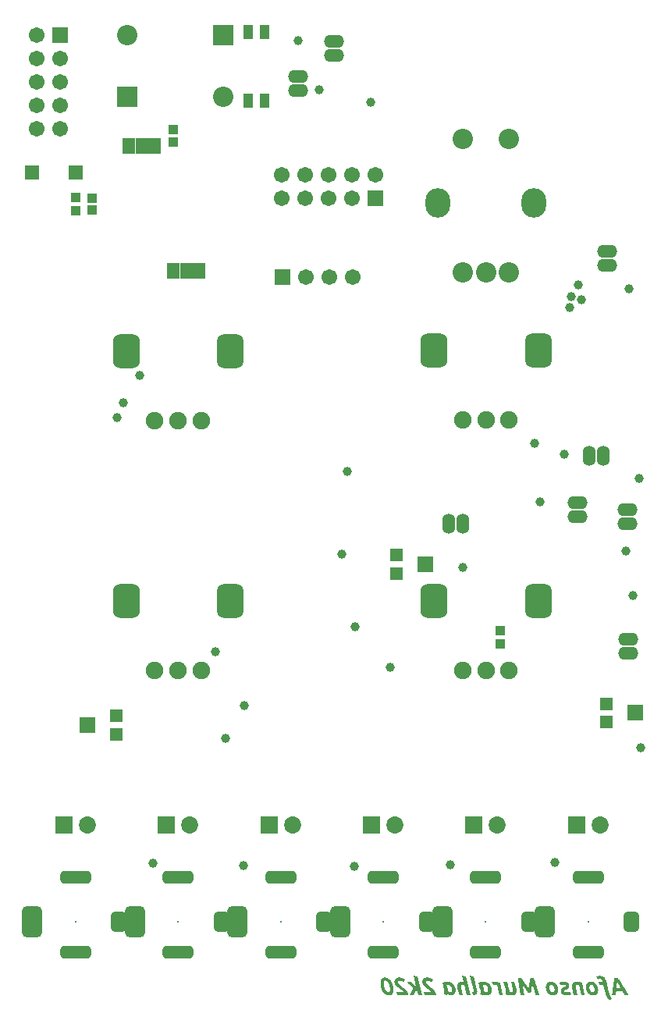
<source format=gbs>
G04*
G04 #@! TF.GenerationSoftware,Altium Limited,Altium Designer,19.0.10 (269)*
G04*
G04 Layer_Color=16711935*
%FSLAX44Y44*%
%MOMM*%
G71*
G01*
G75*
%ADD37R,1.1032X1.0032*%
%ADD39R,1.1032X1.0032*%
%ADD48O,2.2032X1.4032*%
G04:AMPARAMS|DCode=49|XSize=2.8532mm|YSize=3.7032mm|CornerRadius=0.7641mm|HoleSize=0mm|Usage=FLASHONLY|Rotation=180.000|XOffset=0mm|YOffset=0mm|HoleType=Round|Shape=RoundedRectangle|*
%AMROUNDEDRECTD49*
21,1,2.8532,2.1750,0,0,180.0*
21,1,1.3250,3.7032,0,0,180.0*
1,1,1.5282,-0.6625,1.0875*
1,1,1.5282,0.6625,1.0875*
1,1,1.5282,0.6625,-1.0875*
1,1,1.5282,-0.6625,-1.0875*
%
%ADD49ROUNDEDRECTD49*%
G04:AMPARAMS|DCode=50|XSize=2.9032mm|YSize=3.7032mm|CornerRadius=0.7766mm|HoleSize=0mm|Usage=FLASHONLY|Rotation=0.000|XOffset=0mm|YOffset=0mm|HoleType=Round|Shape=RoundedRectangle|*
%AMROUNDEDRECTD50*
21,1,2.9032,2.1500,0,0,0.0*
21,1,1.3500,3.7032,0,0,0.0*
1,1,1.5532,0.6750,-1.0750*
1,1,1.5532,-0.6750,-1.0750*
1,1,1.5532,-0.6750,1.0750*
1,1,1.5532,0.6750,1.0750*
%
%ADD50ROUNDEDRECTD50*%
%ADD51C,1.9032*%
%ADD52C,0.2032*%
G04:AMPARAMS|DCode=53|XSize=2.2032mm|YSize=3.4532mm|CornerRadius=0.6016mm|HoleSize=0mm|Usage=FLASHONLY|Rotation=0.000|XOffset=0mm|YOffset=0mm|HoleType=Round|Shape=RoundedRectangle|*
%AMROUNDEDRECTD53*
21,1,2.2032,2.2500,0,0,0.0*
21,1,1.0000,3.4532,0,0,0.0*
1,1,1.2032,0.5000,-1.1250*
1,1,1.2032,-0.5000,-1.1250*
1,1,1.2032,-0.5000,1.1250*
1,1,1.2032,0.5000,1.1250*
%
%ADD53ROUNDEDRECTD53*%
G04:AMPARAMS|DCode=54|XSize=1.7032mm|YSize=2.2032mm|CornerRadius=0.4766mm|HoleSize=0mm|Usage=FLASHONLY|Rotation=180.000|XOffset=0mm|YOffset=0mm|HoleType=Round|Shape=RoundedRectangle|*
%AMROUNDEDRECTD54*
21,1,1.7032,1.2500,0,0,180.0*
21,1,0.7500,2.2032,0,0,180.0*
1,1,0.9532,-0.3750,0.6250*
1,1,0.9532,0.3750,0.6250*
1,1,0.9532,0.3750,-0.6250*
1,1,0.9532,-0.3750,-0.6250*
%
%ADD54ROUNDEDRECTD54*%
G04:AMPARAMS|DCode=55|XSize=3.3032mm|YSize=1.4032mm|CornerRadius=0.4016mm|HoleSize=0mm|Usage=FLASHONLY|Rotation=0.000|XOffset=0mm|YOffset=0mm|HoleType=Round|Shape=RoundedRectangle|*
%AMROUNDEDRECTD55*
21,1,3.3032,0.6000,0,0,0.0*
21,1,2.5000,1.4032,0,0,0.0*
1,1,0.8032,1.2500,-0.3000*
1,1,0.8032,-1.2500,-0.3000*
1,1,0.8032,-1.2500,0.3000*
1,1,0.8032,1.2500,0.3000*
%
%ADD55ROUNDEDRECTD55*%
%ADD56C,1.0032*%
%ADD57R,1.7032X1.7032*%
%ADD58C,1.7032*%
%ADD59R,1.7032X1.7032*%
%ADD60O,2.7032X3.2032*%
%ADD61C,2.2032*%
%ADD62O,1.4032X2.2032*%
%ADD63R,1.8542X1.8542*%
%ADD64C,1.8542*%
%ADD65R,2.2032X2.2032*%
%ADD92R,1.7032X1.8032*%
%ADD93R,1.4032X1.4032*%
%ADD94R,1.5532X1.5532*%
%ADD95R,1.0532X1.6032*%
%ADD96R,1.3716X1.8034*%
G36*
X840266Y316072D02*
X845069Y296000D01*
X841099D01*
X838517Y306855D01*
X838239Y306910D01*
X837989Y306966D01*
X837795Y306994D01*
X837739D01*
X837434Y307022D01*
X837184Y307049D01*
X836907D01*
X836573Y307022D01*
X836268Y306966D01*
X836046Y306883D01*
X835852Y306800D01*
X835713Y306716D01*
X835630Y306633D01*
X835574Y306577D01*
X835546Y306550D01*
X835407Y306355D01*
X835324Y306161D01*
X835213Y305772D01*
X835185Y305606D01*
X835158Y305467D01*
Y305384D01*
Y305356D01*
X835185Y304995D01*
X835213Y304690D01*
X835241Y304578D01*
Y304468D01*
X835269Y304412D01*
Y304384D01*
X835324Y304023D01*
X835407Y303718D01*
X835435Y303579D01*
Y303496D01*
X835463Y303440D01*
Y303412D01*
X837240Y296000D01*
X833270D01*
X831438Y303579D01*
X831271Y304384D01*
X831215Y304745D01*
X831188Y305106D01*
X831160Y305384D01*
Y305606D01*
Y305744D01*
Y305800D01*
X831215Y306466D01*
X831243Y306772D01*
X831299Y307049D01*
X831354Y307271D01*
X831382Y307438D01*
X831438Y307549D01*
Y307577D01*
X831548Y307882D01*
X831687Y308160D01*
X831826Y308382D01*
X831937Y308604D01*
X832048Y308771D01*
X832159Y308882D01*
X832215Y308965D01*
X832243Y308993D01*
X832465Y309215D01*
X832687Y309409D01*
X832909Y309548D01*
X833131Y309687D01*
X833298Y309798D01*
X833464Y309881D01*
X833575Y309909D01*
X833603Y309937D01*
X833936Y310048D01*
X834269Y310159D01*
X834602Y310214D01*
X834908Y310242D01*
X835158Y310270D01*
X835380Y310298D01*
X835991D01*
X836324Y310270D01*
X836490Y310242D01*
X836601D01*
X836657Y310214D01*
X836684D01*
X837073Y310159D01*
X837406Y310075D01*
X837545Y310048D01*
X837656D01*
X837712Y310020D01*
X837739D01*
X836157Y316738D01*
X840266Y316072D01*
D02*
G37*
G36*
X798761Y314934D02*
X799344Y314878D01*
X799900Y314795D01*
X800399Y314684D01*
X800816Y314573D01*
X801010Y314545D01*
X801149Y314490D01*
X801260Y314462D01*
X801343Y314434D01*
X801399Y314406D01*
X801426D01*
X802037Y314184D01*
X802592Y313907D01*
X803148Y313601D01*
X803620Y313296D01*
X804036Y313018D01*
X804203Y312907D01*
X804342Y312796D01*
X804453Y312685D01*
X804536Y312630D01*
X804591Y312602D01*
X804619Y312574D01*
X803259Y309659D01*
X802815Y309992D01*
X802398Y310270D01*
X802010Y310520D01*
X801676Y310714D01*
X801399Y310881D01*
X801177Y310992D01*
X801066Y311047D01*
X801010Y311075D01*
X800621Y311241D01*
X800233Y311353D01*
X799872Y311436D01*
X799539Y311491D01*
X799261Y311519D01*
X799039Y311547D01*
X798845D01*
X798567Y311519D01*
X798317Y311464D01*
X798095Y311408D01*
X797901Y311325D01*
X797762Y311214D01*
X797651Y311158D01*
X797595Y311103D01*
X797568Y311075D01*
X797401Y310881D01*
X797290Y310686D01*
X797179Y310492D01*
X797123Y310325D01*
X797096Y310159D01*
X797068Y310020D01*
Y309937D01*
Y309909D01*
X797096Y309492D01*
X797179Y309159D01*
X797234Y309021D01*
X797290Y308909D01*
X797318Y308854D01*
Y308826D01*
X797540Y308438D01*
X797790Y308104D01*
X797901Y307966D01*
X798012Y307854D01*
X798067Y307771D01*
X798095Y307743D01*
X798289Y307521D01*
X798512Y307299D01*
X798956Y306883D01*
X799150Y306716D01*
X799317Y306577D01*
X799428Y306494D01*
X799455Y306466D01*
X799789Y306217D01*
X800122Y305939D01*
X800455Y305661D01*
X800788Y305439D01*
X801066Y305217D01*
X801288Y305051D01*
X801426Y304912D01*
X801454Y304884D01*
X801482D01*
X801954Y304523D01*
X802398Y304162D01*
X802815Y303857D01*
X803176Y303579D01*
X803481Y303329D01*
X803703Y303163D01*
X803842Y303024D01*
X803897Y302996D01*
X804286Y302663D01*
X804647Y302330D01*
X804980Y302024D01*
X805285Y301747D01*
X805508Y301497D01*
X805702Y301303D01*
X805813Y301192D01*
X805841Y301136D01*
X806146Y300747D01*
X806424Y300359D01*
X806674Y299998D01*
X806896Y299637D01*
X807062Y299331D01*
X807201Y299109D01*
X807284Y298943D01*
X807312Y298915D01*
Y298887D01*
X807506Y298415D01*
X807673Y297916D01*
X807812Y297444D01*
X807923Y296999D01*
X808006Y296583D01*
X808062Y296278D01*
X808089Y296167D01*
X808117Y296083D01*
Y296028D01*
Y296000D01*
X795791D01*
X794986Y299304D01*
X802981D01*
X802537Y299831D01*
X802343Y300053D01*
X802148Y300248D01*
X801982Y300414D01*
X801843Y300525D01*
X801760Y300609D01*
X801732Y300636D01*
X801232Y301080D01*
X800982Y301275D01*
X800788Y301441D01*
X800594Y301580D01*
X800455Y301691D01*
X800372Y301747D01*
X800344Y301775D01*
X799816Y302163D01*
X799566Y302330D01*
X799344Y302496D01*
X799178Y302607D01*
X799011Y302718D01*
X798928Y302774D01*
X798900Y302802D01*
X798345Y303190D01*
X798095Y303385D01*
X797873Y303551D01*
X797706Y303690D01*
X797540Y303801D01*
X797457Y303857D01*
X797429Y303885D01*
X796985Y304245D01*
X796596Y304578D01*
X796235Y304856D01*
X795930Y305134D01*
X795707Y305328D01*
X795513Y305495D01*
X795402Y305606D01*
X795374Y305634D01*
X795069Y305911D01*
X794791Y306189D01*
X794569Y306466D01*
X794375Y306688D01*
X794208Y306883D01*
X794097Y307022D01*
X794042Y307133D01*
X794014Y307160D01*
X793681Y307716D01*
X793570Y307993D01*
X793459Y308215D01*
X793375Y308410D01*
X793320Y308576D01*
X793292Y308687D01*
Y308715D01*
X793153Y309326D01*
X793126Y309631D01*
X793098Y309909D01*
X793070Y310159D01*
Y310353D01*
Y310464D01*
Y310520D01*
X793098Y310853D01*
X793126Y311186D01*
X793181Y311464D01*
X793264Y311713D01*
X793348Y311936D01*
X793403Y312102D01*
X793431Y312213D01*
X793459Y312241D01*
X793598Y312546D01*
X793764Y312796D01*
X793959Y313046D01*
X794125Y313240D01*
X794264Y313407D01*
X794403Y313518D01*
X794486Y313601D01*
X794514Y313629D01*
X795069Y314045D01*
X795319Y314212D01*
X795569Y314351D01*
X795791Y314462D01*
X795957Y314545D01*
X796096Y314573D01*
X796124Y314601D01*
X796485Y314712D01*
X796818Y314823D01*
X797151Y314878D01*
X797457Y314906D01*
X797734Y314934D01*
X797928Y314962D01*
X798123D01*
X798761Y314934D01*
D02*
G37*
G36*
X768584D02*
X769167Y314878D01*
X769722Y314795D01*
X770222Y314684D01*
X770638Y314573D01*
X770833Y314545D01*
X770971Y314490D01*
X771082Y314462D01*
X771166Y314434D01*
X771221Y314406D01*
X771249D01*
X771860Y314184D01*
X772415Y313907D01*
X772970Y313601D01*
X773442Y313296D01*
X773859Y313018D01*
X774025Y312907D01*
X774164Y312796D01*
X774275Y312685D01*
X774358Y312630D01*
X774414Y312602D01*
X774442Y312574D01*
X773081Y309659D01*
X772637Y309992D01*
X772221Y310270D01*
X771832Y310520D01*
X771499Y310714D01*
X771221Y310881D01*
X770999Y310992D01*
X770888Y311047D01*
X770833Y311075D01*
X770444Y311241D01*
X770055Y311353D01*
X769694Y311436D01*
X769361Y311491D01*
X769084Y311519D01*
X768861Y311547D01*
X768667D01*
X768390Y311519D01*
X768140Y311464D01*
X767917Y311408D01*
X767723Y311325D01*
X767584Y311214D01*
X767473Y311158D01*
X767418Y311103D01*
X767390Y311075D01*
X767224Y310881D01*
X767112Y310686D01*
X767001Y310492D01*
X766946Y310325D01*
X766918Y310159D01*
X766890Y310020D01*
Y309937D01*
Y309909D01*
X766918Y309492D01*
X767001Y309159D01*
X767057Y309021D01*
X767112Y308909D01*
X767140Y308854D01*
Y308826D01*
X767362Y308438D01*
X767612Y308104D01*
X767723Y307966D01*
X767834Y307854D01*
X767890Y307771D01*
X767917Y307743D01*
X768112Y307521D01*
X768334Y307299D01*
X768778Y306883D01*
X768972Y306716D01*
X769139Y306577D01*
X769250Y306494D01*
X769278Y306466D01*
X769611Y306217D01*
X769944Y305939D01*
X770277Y305661D01*
X770611Y305439D01*
X770888Y305217D01*
X771110Y305051D01*
X771249Y304912D01*
X771277Y304884D01*
X771304D01*
X771777Y304523D01*
X772221Y304162D01*
X772637Y303857D01*
X772998Y303579D01*
X773303Y303329D01*
X773525Y303163D01*
X773664Y303024D01*
X773720Y302996D01*
X774109Y302663D01*
X774469Y302330D01*
X774803Y302024D01*
X775108Y301747D01*
X775330Y301497D01*
X775524Y301303D01*
X775635Y301192D01*
X775663Y301136D01*
X775969Y300747D01*
X776246Y300359D01*
X776496Y299998D01*
X776718Y299637D01*
X776885Y299331D01*
X777023Y299109D01*
X777107Y298943D01*
X777135Y298915D01*
Y298887D01*
X777329Y298415D01*
X777495Y297916D01*
X777634Y297444D01*
X777745Y296999D01*
X777829Y296583D01*
X777884Y296278D01*
X777912Y296167D01*
X777940Y296083D01*
Y296028D01*
Y296000D01*
X765613D01*
X764808Y299304D01*
X772804D01*
X772359Y299831D01*
X772165Y300053D01*
X771971Y300248D01*
X771804Y300414D01*
X771665Y300525D01*
X771582Y300609D01*
X771554Y300636D01*
X771055Y301080D01*
X770805Y301275D01*
X770611Y301441D01*
X770416Y301580D01*
X770277Y301691D01*
X770194Y301747D01*
X770166Y301775D01*
X769639Y302163D01*
X769389Y302330D01*
X769167Y302496D01*
X769000Y302607D01*
X768834Y302718D01*
X768750Y302774D01*
X768723Y302802D01*
X768167Y303190D01*
X767917Y303385D01*
X767695Y303551D01*
X767529Y303690D01*
X767362Y303801D01*
X767279Y303857D01*
X767251Y303885D01*
X766807Y304245D01*
X766418Y304578D01*
X766058Y304856D01*
X765752Y305134D01*
X765530Y305328D01*
X765336Y305495D01*
X765225Y305606D01*
X765197Y305634D01*
X764892Y305911D01*
X764614Y306189D01*
X764392Y306466D01*
X764197Y306688D01*
X764031Y306883D01*
X763920Y307022D01*
X763864Y307133D01*
X763837Y307160D01*
X763503Y307716D01*
X763392Y307993D01*
X763281Y308215D01*
X763198Y308410D01*
X763142Y308576D01*
X763115Y308687D01*
Y308715D01*
X762976Y309326D01*
X762948Y309631D01*
X762920Y309909D01*
X762893Y310159D01*
Y310353D01*
Y310464D01*
Y310520D01*
X762920Y310853D01*
X762948Y311186D01*
X763004Y311464D01*
X763087Y311713D01*
X763170Y311936D01*
X763226Y312102D01*
X763253Y312213D01*
X763281Y312241D01*
X763420Y312546D01*
X763587Y312796D01*
X763781Y313046D01*
X763948Y313240D01*
X764086Y313407D01*
X764225Y313518D01*
X764308Y313601D01*
X764336Y313629D01*
X764892Y314045D01*
X765141Y314212D01*
X765391Y314351D01*
X765613Y314462D01*
X765780Y314545D01*
X765919Y314573D01*
X765946Y314601D01*
X766307Y314712D01*
X766640Y314823D01*
X766974Y314878D01*
X767279Y314906D01*
X767557Y314934D01*
X767751Y314962D01*
X767945D01*
X768584Y314934D01*
D02*
G37*
G36*
X787879Y316072D02*
X792681Y296000D01*
X788711D01*
X787240Y302135D01*
X786879Y301663D01*
X786740Y301441D01*
X786601Y301219D01*
X786463Y301025D01*
X786379Y300886D01*
X786324Y300775D01*
X786296Y300747D01*
X785935Y300164D01*
X785796Y299887D01*
X785658Y299665D01*
X785546Y299443D01*
X785463Y299276D01*
X785408Y299165D01*
X785380Y299137D01*
X785075Y298554D01*
X784936Y298277D01*
X784797Y298027D01*
X784714Y297805D01*
X784630Y297638D01*
X784603Y297527D01*
X784575Y297499D01*
X784325Y296916D01*
X784242Y296666D01*
X784158Y296444D01*
X784075Y296250D01*
X784020Y296111D01*
X783992Y296028D01*
Y296000D01*
X779494D01*
X779744Y296666D01*
X779883Y296999D01*
X779994Y297277D01*
X780105Y297527D01*
X780188Y297721D01*
X780244Y297832D01*
X780272Y297888D01*
X780605Y298637D01*
X780771Y298971D01*
X780910Y299276D01*
X781049Y299554D01*
X781160Y299748D01*
X781216Y299859D01*
X781243Y299914D01*
X781438Y300275D01*
X781632Y300636D01*
X781799Y300942D01*
X781965Y301247D01*
X782104Y301469D01*
X782215Y301636D01*
X782298Y301775D01*
X782326Y301802D01*
X782521Y302135D01*
X782743Y302441D01*
X782909Y302718D01*
X783076Y302941D01*
X783242Y303135D01*
X783353Y303302D01*
X783409Y303385D01*
X783437Y303412D01*
X782687Y304079D01*
X781993Y304717D01*
X781382Y305300D01*
X780827Y305800D01*
X780383Y306244D01*
X780216Y306411D01*
X780050Y306550D01*
X779939Y306661D01*
X779855Y306744D01*
X779800Y306800D01*
X779772Y306827D01*
X779161Y307410D01*
X778578Y307993D01*
X778051Y308549D01*
X777579Y309048D01*
X777162Y309465D01*
X777023Y309631D01*
X776857Y309798D01*
X776746Y309909D01*
X776663Y309992D01*
X776635Y310048D01*
X776607Y310075D01*
X781132D01*
X781521Y309659D01*
X781937Y309215D01*
X782354Y308798D01*
X782743Y308438D01*
X783076Y308104D01*
X783326Y307827D01*
X783437Y307743D01*
X783520Y307660D01*
X783548Y307632D01*
X783575Y307605D01*
X784103Y307105D01*
X784630Y306633D01*
X785130Y306189D01*
X785574Y305800D01*
X785963Y305439D01*
X786268Y305189D01*
X786379Y305106D01*
X786463Y305023D01*
X786518Y304995D01*
X786546Y304967D01*
X783742Y316738D01*
X787879Y316072D01*
D02*
G37*
G36*
X914335Y313823D02*
X914613Y313102D01*
X914863Y312407D01*
X915085Y311769D01*
X915168Y311464D01*
X915279Y311214D01*
X915363Y310964D01*
X915418Y310770D01*
X915474Y310603D01*
X915529Y310492D01*
X915557Y310409D01*
Y310381D01*
X915835Y309520D01*
X916140Y308660D01*
X916390Y307854D01*
X916612Y307133D01*
X916723Y306800D01*
X916834Y306522D01*
X916917Y306244D01*
X916973Y306022D01*
X917028Y305856D01*
X917084Y305717D01*
X917112Y305634D01*
Y305606D01*
X917389Y304690D01*
X917667Y303801D01*
X917944Y302941D01*
X918055Y302552D01*
X918167Y302191D01*
X918278Y301858D01*
X918361Y301552D01*
X918444Y301303D01*
X918500Y301053D01*
X918555Y300886D01*
X918611Y300747D01*
X918639Y300664D01*
Y300636D01*
X918916Y299720D01*
X919166Y298860D01*
X919388Y298082D01*
X919499Y297721D01*
X919582Y297388D01*
X919666Y297083D01*
X919749Y296805D01*
X919832Y296583D01*
X919888Y296389D01*
X919943Y296222D01*
X919971Y296111D01*
X919999Y296028D01*
Y296000D01*
X915973D01*
X915696Y297027D01*
X915418Y298082D01*
X915168Y299054D01*
X915029Y299526D01*
X914918Y299970D01*
X914807Y300359D01*
X914696Y300747D01*
X914613Y301080D01*
X914530Y301358D01*
X914474Y301580D01*
X914419Y301747D01*
X914391Y301858D01*
Y301886D01*
X914058Y303079D01*
X913725Y304218D01*
X913419Y305300D01*
X913280Y305800D01*
X913142Y306272D01*
X913003Y306688D01*
X912892Y307077D01*
X912781Y307438D01*
X912697Y307716D01*
X912614Y307966D01*
X912586Y308132D01*
X912531Y308243D01*
Y308271D01*
X912448Y307854D01*
X912364Y307410D01*
X912281Y306994D01*
X912225Y306605D01*
X912170Y306244D01*
X912114Y305994D01*
Y305883D01*
X912087Y305800D01*
Y305772D01*
Y305744D01*
X912003Y305217D01*
X911920Y304717D01*
X911837Y304245D01*
X911753Y303829D01*
X911698Y303468D01*
X911642Y303218D01*
Y303107D01*
X911615Y303024D01*
Y302996D01*
Y302968D01*
X911531Y302469D01*
X911448Y301997D01*
X911393Y301552D01*
X911309Y301164D01*
X911282Y300831D01*
X911226Y300581D01*
X911198Y300414D01*
Y300386D01*
Y300359D01*
X911115Y299914D01*
X911059Y299526D01*
X911004Y299193D01*
X910948Y298915D01*
X910921Y298665D01*
X910893Y298499D01*
X910865Y298388D01*
Y298360D01*
X907811D01*
X907589Y298693D01*
X907339Y299054D01*
X907117Y299415D01*
X906895Y299748D01*
X906701Y300026D01*
X906562Y300275D01*
X906451Y300414D01*
X906423Y300470D01*
X905840Y301414D01*
X905563Y301858D01*
X905313Y302274D01*
X905091Y302607D01*
X904924Y302885D01*
X904813Y303052D01*
X904785Y303079D01*
Y303107D01*
X904452Y303635D01*
X904147Y304107D01*
X903869Y304578D01*
X903591Y304995D01*
X903369Y305328D01*
X903203Y305606D01*
X903092Y305772D01*
X903064Y305800D01*
Y305828D01*
X902758Y306327D01*
X902453Y306772D01*
X902203Y307188D01*
X901953Y307549D01*
X901787Y307854D01*
X901620Y308076D01*
X901537Y308215D01*
X901509Y308271D01*
X901731Y307077D01*
X901926Y305911D01*
X902037Y305356D01*
X902120Y304828D01*
X902231Y304329D01*
X902314Y303885D01*
X902398Y303440D01*
X902481Y303052D01*
X902536Y302718D01*
X902592Y302441D01*
X902647Y302191D01*
X902675Y302024D01*
X902703Y301913D01*
Y301886D01*
X902925Y300720D01*
X903147Y299637D01*
X903231Y299109D01*
X903342Y298637D01*
X903425Y298165D01*
X903508Y297749D01*
X903591Y297360D01*
X903647Y297027D01*
X903730Y296722D01*
X903758Y296472D01*
X903813Y296278D01*
X903841Y296111D01*
X903869Y296028D01*
Y296000D01*
X899788D01*
X899649Y296833D01*
X899510Y297666D01*
X899372Y298443D01*
X899233Y299165D01*
X899177Y299470D01*
X899122Y299776D01*
X899094Y300026D01*
X899066Y300248D01*
X899011Y300414D01*
Y300553D01*
X898983Y300636D01*
Y300664D01*
X898816Y301608D01*
X898678Y302496D01*
X898511Y303329D01*
X898455Y303718D01*
X898400Y304079D01*
X898344Y304412D01*
X898289Y304690D01*
X898261Y304967D01*
X898205Y305189D01*
X898178Y305356D01*
Y305495D01*
X898150Y305578D01*
Y305606D01*
X898011Y306522D01*
X897872Y307383D01*
X897761Y308188D01*
X897706Y308576D01*
X897650Y308909D01*
X897623Y309215D01*
X897567Y309492D01*
X897539Y309742D01*
X897512Y309964D01*
X897484Y310131D01*
X897456Y310242D01*
Y310325D01*
Y310353D01*
X897345Y311186D01*
X897234Y311963D01*
X897151Y312685D01*
X897067Y313296D01*
X897039Y313573D01*
X897012Y313796D01*
X896984Y314018D01*
X896956Y314184D01*
Y314323D01*
X896928Y314434D01*
Y314490D01*
Y314517D01*
X900649D01*
X900899Y314156D01*
X901176Y313796D01*
X901454Y313407D01*
X901704Y313074D01*
X901926Y312741D01*
X902092Y312491D01*
X902203Y312324D01*
X902259Y312296D01*
Y312269D01*
X902953Y311269D01*
X903286Y310770D01*
X903591Y310325D01*
X903841Y309937D01*
X904063Y309659D01*
X904119Y309548D01*
X904174Y309465D01*
X904230Y309409D01*
Y309381D01*
X904619Y308798D01*
X904979Y308243D01*
X905340Y307688D01*
X905674Y307216D01*
X905951Y306800D01*
X906062Y306633D01*
X906145Y306494D01*
X906229Y306383D01*
X906284Y306300D01*
X906340Y306244D01*
Y306217D01*
X906729Y305634D01*
X907089Y305078D01*
X907423Y304578D01*
X907728Y304134D01*
X907978Y303773D01*
X908144Y303496D01*
X908228Y303385D01*
X908255Y303302D01*
X908311Y303274D01*
Y303246D01*
X908478Y304301D01*
X908561Y304828D01*
X908644Y305300D01*
X908727Y305689D01*
X908783Y306022D01*
X908811Y306133D01*
Y306217D01*
X908839Y306272D01*
Y306300D01*
X908950Y306910D01*
X909033Y307521D01*
X909144Y308049D01*
X909227Y308549D01*
X909310Y308965D01*
X909338Y309132D01*
X909366Y309270D01*
X909394Y309381D01*
Y309465D01*
X909421Y309520D01*
Y309548D01*
X909532Y310131D01*
X909616Y310658D01*
X909699Y311158D01*
X909782Y311602D01*
X909866Y311963D01*
X909893Y312241D01*
X909921Y312324D01*
X909949Y312407D01*
Y312435D01*
Y312463D01*
X910032Y312935D01*
X910116Y313351D01*
X910199Y313712D01*
X910254Y313990D01*
X910310Y314212D01*
X910338Y314379D01*
X910365Y314490D01*
Y314517D01*
X914085D01*
X914335Y313823D01*
D02*
G37*
G36*
X895041Y302441D02*
X895152Y301969D01*
X895207Y301497D01*
X895263Y301080D01*
X895291Y300692D01*
X895318Y300359D01*
Y300137D01*
Y299970D01*
Y299942D01*
Y299914D01*
X895291Y299470D01*
X895207Y299054D01*
X895124Y298693D01*
X895041Y298388D01*
X894930Y298110D01*
X894874Y297916D01*
X894819Y297805D01*
X894791Y297749D01*
X894596Y297416D01*
X894374Y297111D01*
X894125Y296861D01*
X893902Y296639D01*
X893680Y296444D01*
X893514Y296333D01*
X893403Y296250D01*
X893347Y296222D01*
X892959Y296028D01*
X892542Y295889D01*
X892098Y295806D01*
X891709Y295750D01*
X891348Y295695D01*
X891043Y295667D01*
X890793D01*
X890377Y295695D01*
X889988Y295722D01*
X889655Y295778D01*
X889349Y295861D01*
X889100Y295944D01*
X888905Y296000D01*
X888766Y296028D01*
X888739Y296056D01*
X888406Y296222D01*
X888072Y296389D01*
X887795Y296555D01*
X887545Y296694D01*
X887323Y296833D01*
X887184Y296944D01*
X887073Y297027D01*
X887045Y297055D01*
X886851Y296555D01*
X886768Y296333D01*
X886684Y296139D01*
X886601Y295972D01*
X886545Y295861D01*
X886490Y295778D01*
Y295750D01*
X882909Y296250D01*
X883075Y296722D01*
X883186Y297166D01*
X883297Y297638D01*
X883381Y298054D01*
X883436Y298415D01*
X883492Y298721D01*
Y298832D01*
X883519Y298915D01*
Y298943D01*
Y298971D01*
X883547Y299554D01*
Y300081D01*
X883519Y300609D01*
X883464Y301080D01*
X883408Y301469D01*
X883353Y301775D01*
X883325Y301886D01*
Y301969D01*
X883297Y301997D01*
Y302024D01*
X881382Y310075D01*
X885379D01*
X887101Y302746D01*
X887212Y302274D01*
X887267Y302052D01*
X887295Y301830D01*
X887350Y301663D01*
X887378Y301525D01*
X887406Y301414D01*
Y301386D01*
X887489Y300858D01*
X887517Y300609D01*
X887545Y300386D01*
X887573Y300220D01*
X887600Y300081D01*
Y299998D01*
Y299970D01*
X887822Y299776D01*
X888017Y299609D01*
X888211Y299470D01*
X888378Y299387D01*
X888516Y299304D01*
X888628Y299248D01*
X888683Y299193D01*
X888711D01*
X889100Y299054D01*
X889461Y298998D01*
X889599Y298971D01*
X889821D01*
X890071Y298998D01*
X890266Y299026D01*
X890460Y299082D01*
X890599Y299137D01*
X890710Y299193D01*
X890793Y299248D01*
X890821Y299304D01*
X890849D01*
X891043Y299581D01*
X891182Y299859D01*
X891209Y299970D01*
X891237Y300053D01*
X891265Y300109D01*
Y300137D01*
X891293Y300525D01*
Y300914D01*
X891265Y301053D01*
Y301164D01*
X891237Y301247D01*
Y301275D01*
X891154Y301747D01*
X891098Y301941D01*
X891071Y302135D01*
X891043Y302274D01*
X891015Y302385D01*
X890987Y302469D01*
Y302496D01*
X889211Y310075D01*
X893208D01*
X895041Y302441D01*
D02*
G37*
G36*
X1005895Y313796D02*
X1006367Y313074D01*
X1006839Y312407D01*
X1007255Y311797D01*
X1007422Y311547D01*
X1007589Y311297D01*
X1007727Y311075D01*
X1007866Y310908D01*
X1007950Y310742D01*
X1008033Y310631D01*
X1008061Y310575D01*
X1008088Y310547D01*
X1008588Y309798D01*
X1009088Y309048D01*
X1009532Y308326D01*
X1009948Y307688D01*
X1010143Y307383D01*
X1010309Y307105D01*
X1010476Y306883D01*
X1010587Y306688D01*
X1010698Y306522D01*
X1010781Y306411D01*
X1010809Y306327D01*
X1010837Y306300D01*
X1011364Y305439D01*
X1011864Y304606D01*
X1012364Y303801D01*
X1012808Y303052D01*
X1013002Y302718D01*
X1013197Y302413D01*
X1013363Y302163D01*
X1013502Y301941D01*
X1013613Y301747D01*
X1013696Y301608D01*
X1013724Y301525D01*
X1013752Y301497D01*
X1014307Y300525D01*
X1014890Y299581D01*
X1015445Y298637D01*
X1015695Y298221D01*
X1015945Y297805D01*
X1016167Y297416D01*
X1016361Y297083D01*
X1016556Y296777D01*
X1016695Y296500D01*
X1016833Y296305D01*
X1016917Y296139D01*
X1016972Y296028D01*
X1017000Y296000D01*
X1012641D01*
X1012225Y296750D01*
X1012031Y297083D01*
X1011864Y297388D01*
X1011725Y297666D01*
X1011614Y297860D01*
X1011531Y297971D01*
X1011503Y298027D01*
X1011087Y298748D01*
X1010892Y299109D01*
X1010726Y299415D01*
X1010587Y299665D01*
X1010476Y299859D01*
X1010420Y299970D01*
X1010393Y300026D01*
X1003452D01*
X1003397Y299304D01*
X1003369Y298943D01*
X1003341Y298665D01*
Y298388D01*
X1003313Y298193D01*
Y298082D01*
Y298027D01*
X1003258Y297277D01*
Y296944D01*
X1003230Y296639D01*
X1003202Y296389D01*
X1003174Y296167D01*
Y296056D01*
Y296000D01*
X998955D01*
X999038Y296805D01*
X999149Y297610D01*
X999232Y298388D01*
X999315Y299082D01*
X999343Y299415D01*
X999371Y299692D01*
X999399Y299942D01*
X999426Y300164D01*
X999454Y300331D01*
X999482Y300470D01*
Y300553D01*
Y300581D01*
X999593Y301497D01*
X999704Y302385D01*
X999787Y303190D01*
X999843Y303579D01*
X999899Y303940D01*
X999926Y304273D01*
X999982Y304578D01*
X1000010Y304828D01*
X1000037Y305051D01*
X1000065Y305217D01*
Y305356D01*
X1000093Y305439D01*
Y305467D01*
X1000232Y306383D01*
X1000343Y307244D01*
X1000454Y308049D01*
X1000537Y308438D01*
X1000565Y308771D01*
X1000620Y309076D01*
X1000676Y309381D01*
X1000704Y309631D01*
X1000759Y309853D01*
X1000787Y310020D01*
Y310131D01*
X1000815Y310214D01*
Y310242D01*
X1000953Y311103D01*
X1001092Y311908D01*
X1001231Y312630D01*
X1001370Y313268D01*
X1001425Y313546D01*
X1001453Y313768D01*
X1001509Y313990D01*
X1001536Y314184D01*
X1001564Y314323D01*
X1001592Y314434D01*
X1001620Y314490D01*
Y314517D01*
X1005368D01*
X1005895Y313796D01*
D02*
G37*
G36*
X961281Y310353D02*
X961587D01*
X961892Y310325D01*
X962114Y310298D01*
X962309D01*
X962420Y310270D01*
X962447D01*
X963030Y310187D01*
X963308Y310159D01*
X963530Y310103D01*
X963697Y310075D01*
X963863Y310048D01*
X963946Y310020D01*
X963974D01*
X964446Y309909D01*
X964641Y309853D01*
X964835Y309826D01*
X964974Y309770D01*
X965085Y309742D01*
X965168Y309715D01*
X965196D01*
X965557Y309604D01*
X965890Y309492D01*
X966001Y309465D01*
X966084Y309437D01*
X966140Y309409D01*
X966167D01*
X969416Y296000D01*
X965446D01*
X962808Y306883D01*
X962225Y306994D01*
X961975Y307022D01*
X961725D01*
X961531Y307049D01*
X960976D01*
X960726Y306994D01*
X960532Y306938D01*
X960365Y306883D01*
X960254Y306827D01*
X960143Y306772D01*
X960115Y306744D01*
X960088Y306716D01*
X959838Y306466D01*
X959699Y306189D01*
X959643Y306078D01*
X959615Y305994D01*
X959588Y305939D01*
Y305911D01*
X959532Y305522D01*
Y305161D01*
X959560Y305023D01*
Y304884D01*
X959588Y304801D01*
Y304773D01*
X959671Y304301D01*
X959699Y304051D01*
X959754Y303857D01*
X959782Y303662D01*
X959810Y303524D01*
X959838Y303440D01*
Y303412D01*
X961614Y296000D01*
X957589D01*
X955784Y303579D01*
X955673Y304162D01*
X955590Y304690D01*
X955535Y305217D01*
X955507Y305689D01*
X955535Y306133D01*
X955562Y306550D01*
X955618Y306910D01*
X955701Y307244D01*
X955784Y307549D01*
X955868Y307799D01*
X955951Y308021D01*
X956034Y308215D01*
X956090Y308354D01*
X956145Y308465D01*
X956173Y308521D01*
X956201Y308549D01*
X956451Y308882D01*
X956728Y309159D01*
X957034Y309409D01*
X957367Y309604D01*
X957728Y309798D01*
X958089Y309937D01*
X958810Y310159D01*
X959144Y310242D01*
X959477Y310298D01*
X959754Y310325D01*
X960004Y310353D01*
X960226Y310381D01*
X960920D01*
X961281Y310353D01*
D02*
G37*
G36*
X872248Y310325D02*
X872859Y310298D01*
X873414Y310242D01*
X873886Y310187D01*
X874275Y310103D01*
X874580Y310048D01*
X874691Y310020D01*
X874774D01*
X874802Y309992D01*
X874830D01*
X875357Y309881D01*
X875829Y309742D01*
X876246Y309631D01*
X876634Y309520D01*
X876940Y309437D01*
X877190Y309354D01*
X877328Y309326D01*
X877384Y309298D01*
X880604Y296000D01*
X876634D01*
X874025Y306800D01*
X873803Y306855D01*
X873553Y306910D01*
X873386Y306938D01*
X873303D01*
X872970Y306994D01*
X872692Y307022D01*
X872081D01*
X871776Y306994D01*
X871526Y306966D01*
X871304D01*
X871137Y306938D01*
X870999Y306910D01*
X870943Y306883D01*
X870915D01*
X870527Y306800D01*
X870193Y306716D01*
X870055Y306688D01*
X869944Y306661D01*
X869888Y306633D01*
X869860D01*
X868667Y309826D01*
X869166Y309992D01*
X869416Y310075D01*
X869638Y310131D01*
X869833Y310159D01*
X869971Y310187D01*
X870082Y310214D01*
X870110D01*
X870665Y310298D01*
X870915Y310325D01*
X871137D01*
X871332Y310353D01*
X871582D01*
X872248Y310325D01*
D02*
G37*
G36*
X848983Y316072D02*
X852398Y301886D01*
X852481Y301414D01*
X852564Y300969D01*
X852620Y300581D01*
X852648Y300220D01*
X852675Y299914D01*
X852703Y299692D01*
Y299554D01*
Y299498D01*
X852675Y299109D01*
X852620Y298748D01*
X852564Y298415D01*
X852453Y298110D01*
X852370Y297888D01*
X852315Y297694D01*
X852259Y297582D01*
X852231Y297555D01*
X852037Y297249D01*
X851787Y296972D01*
X851537Y296750D01*
X851287Y296555D01*
X851038Y296389D01*
X850843Y296278D01*
X850732Y296222D01*
X850677Y296194D01*
X850232Y296028D01*
X849761Y295917D01*
X849261Y295833D01*
X848761Y295778D01*
X848345Y295750D01*
X848150D01*
X847984Y295722D01*
X847678D01*
X846873Y298998D01*
X847123Y299026D01*
X847345Y299054D01*
X847512Y299082D01*
X847678Y299109D01*
X847789Y299165D01*
X847873Y299193D01*
X847928Y299220D01*
X847956D01*
X848206Y299387D01*
X848372Y299554D01*
X848483Y299665D01*
X848511Y299720D01*
X848595Y299970D01*
X848650Y300192D01*
X848678Y300359D01*
Y300386D01*
Y300414D01*
X848650Y300720D01*
X848595Y301025D01*
X848567Y301136D01*
Y301219D01*
X848539Y301275D01*
Y301303D01*
X844847Y316738D01*
X848983Y316072D01*
D02*
G37*
G36*
X976745Y310409D02*
X977383Y310298D01*
X977939Y310187D01*
X978438Y310020D01*
X978855Y309881D01*
X979021Y309798D01*
X979160Y309742D01*
X979271Y309687D01*
X979354Y309631D01*
X979382Y309604D01*
X979410D01*
X979938Y309270D01*
X980409Y308937D01*
X980854Y308576D01*
X981215Y308243D01*
X981492Y307938D01*
X981714Y307716D01*
X981853Y307549D01*
X981909Y307521D01*
Y307493D01*
X982270Y306994D01*
X982575Y306494D01*
X982825Y306022D01*
X983047Y305578D01*
X983213Y305189D01*
X983324Y304884D01*
X983380Y304773D01*
X983408Y304690D01*
X983436Y304634D01*
Y304606D01*
X983602Y304023D01*
X983713Y303440D01*
X983824Y302913D01*
X983880Y302413D01*
X983907Y301997D01*
Y301830D01*
X983935Y301691D01*
Y301580D01*
Y301497D01*
Y301441D01*
Y301414D01*
X983907Y300942D01*
X983880Y300525D01*
X983824Y300109D01*
X983769Y299776D01*
X983713Y299470D01*
X983658Y299276D01*
X983602Y299137D01*
Y299082D01*
X983463Y298693D01*
X983297Y298360D01*
X983130Y298027D01*
X982963Y297777D01*
X982797Y297555D01*
X982686Y297388D01*
X982603Y297277D01*
X982575Y297249D01*
X982297Y296972D01*
X982020Y296750D01*
X981714Y296528D01*
X981464Y296361D01*
X981215Y296222D01*
X981020Y296139D01*
X980909Y296083D01*
X980854Y296056D01*
X980437Y295917D01*
X980021Y295806D01*
X979604Y295750D01*
X979216Y295695D01*
X978883Y295667D01*
X978633Y295639D01*
X978383D01*
X977689Y295667D01*
X977022Y295778D01*
X976439Y295889D01*
X975940Y296056D01*
X975523Y296194D01*
X975357Y296250D01*
X975218Y296333D01*
X975107Y296361D01*
X975024Y296416D01*
X974996Y296444D01*
X974968D01*
X974441Y296777D01*
X973941Y297111D01*
X973524Y297471D01*
X973164Y297777D01*
X972886Y298082D01*
X972664Y298304D01*
X972553Y298471D01*
X972497Y298526D01*
X972136Y299026D01*
X971831Y299526D01*
X971581Y300026D01*
X971359Y300470D01*
X971220Y300858D01*
X971081Y301136D01*
X971054Y301247D01*
X971026Y301330D01*
X970998Y301386D01*
Y301414D01*
X970832Y302024D01*
X970693Y302607D01*
X970609Y303135D01*
X970526Y303635D01*
X970498Y304051D01*
Y304218D01*
X970471Y304356D01*
Y304468D01*
Y304551D01*
Y304606D01*
Y304634D01*
X970498Y305106D01*
X970526Y305550D01*
X970582Y305939D01*
X970637Y306272D01*
X970720Y306577D01*
X970776Y306772D01*
X970804Y306910D01*
X970832Y306966D01*
X970970Y307355D01*
X971137Y307688D01*
X971331Y308021D01*
X971498Y308271D01*
X971637Y308493D01*
X971775Y308660D01*
X971859Y308771D01*
X971886Y308798D01*
X972164Y309076D01*
X972442Y309326D01*
X972719Y309520D01*
X972997Y309687D01*
X973247Y309826D01*
X973441Y309909D01*
X973552Y309964D01*
X973608Y309992D01*
X974024Y310131D01*
X974441Y310242D01*
X974857Y310325D01*
X975218Y310381D01*
X975551Y310409D01*
X975829Y310436D01*
X976051D01*
X976745Y310409D01*
D02*
G37*
G36*
X947345Y310381D02*
X947817Y310325D01*
X948261Y310242D01*
X948677Y310131D01*
X949066Y310020D01*
X949427Y309909D01*
X949732Y309798D01*
X950010Y309687D01*
X950232Y309576D01*
X950426Y309465D01*
X950593Y309354D01*
X950732Y309270D01*
X950815Y309215D01*
X950870Y309187D01*
X950898Y309159D01*
X951176Y308909D01*
X951426Y308660D01*
X951620Y308382D01*
X951814Y308104D01*
X951953Y307827D01*
X952092Y307521D01*
X952286Y306994D01*
X952397Y306494D01*
X952425Y306272D01*
X952453Y306105D01*
X952481Y305967D01*
Y305828D01*
Y305772D01*
Y305744D01*
Y305467D01*
X952453Y305189D01*
X952397Y304939D01*
X952342Y304745D01*
X952314Y304578D01*
X952259Y304440D01*
X952231Y304356D01*
Y304329D01*
X952009Y303912D01*
X951898Y303718D01*
X951787Y303551D01*
X951703Y303440D01*
X951620Y303329D01*
X951564Y303274D01*
X951537Y303246D01*
X951176Y302941D01*
X950843Y302691D01*
X950704Y302607D01*
X950593Y302524D01*
X950537Y302496D01*
X950509Y302469D01*
X950065Y302219D01*
X949677Y302024D01*
X949510Y301941D01*
X949371Y301886D01*
X949288Y301858D01*
X949260Y301830D01*
X948872Y301663D01*
X948566Y301497D01*
X948455Y301441D01*
X948372Y301386D01*
X948344Y301358D01*
X948316D01*
X948066Y301219D01*
X947872Y301080D01*
X947733Y300997D01*
X947706Y300969D01*
X947567Y300831D01*
X947456Y300720D01*
X947428Y300609D01*
X947400Y300581D01*
X947345Y300414D01*
X947289Y300248D01*
Y300137D01*
Y300081D01*
X947317Y299914D01*
X947372Y299748D01*
X947539Y299470D01*
X947650Y299359D01*
X947733Y299276D01*
X947789Y299248D01*
X947817Y299220D01*
X948039Y299109D01*
X948316Y299026D01*
X948622Y298943D01*
X948927Y298915D01*
X949232Y298887D01*
X949455Y298860D01*
X949677D01*
X950176Y298887D01*
X950621Y298915D01*
X951037Y298971D01*
X951370Y299054D01*
X951648Y299137D01*
X951870Y299193D01*
X951981Y299220D01*
X952036Y299248D01*
X952370Y299387D01*
X952647Y299526D01*
X952897Y299637D01*
X953091Y299720D01*
X953230Y299803D01*
X953341Y299859D01*
X953397Y299914D01*
X953425D01*
X954785Y296861D01*
X954591Y296750D01*
X954369Y296639D01*
X954202Y296528D01*
X954146Y296500D01*
X954119D01*
X953758Y296361D01*
X953397Y296222D01*
X953258Y296194D01*
X953147Y296139D01*
X953064Y296111D01*
X953036D01*
X952536Y295972D01*
X952286Y295917D01*
X952064Y295861D01*
X951870Y295833D01*
X951703Y295806D01*
X951592Y295778D01*
X951564D01*
X950898Y295695D01*
X950593Y295667D01*
X950287D01*
X950038Y295639D01*
X949677D01*
X949066Y295667D01*
X948511Y295695D01*
X948011Y295750D01*
X947595Y295833D01*
X947261Y295917D01*
X947011Y295972D01*
X946845Y296000D01*
X946789Y296028D01*
X946345Y296194D01*
X945956Y296361D01*
X945623Y296528D01*
X945318Y296694D01*
X945096Y296833D01*
X944929Y296944D01*
X944818Y297027D01*
X944790Y297055D01*
X944513Y297305D01*
X944291Y297555D01*
X944097Y297805D01*
X943930Y298054D01*
X943819Y298249D01*
X943708Y298388D01*
X943680Y298499D01*
X943652Y298526D01*
X943541Y298832D01*
X943430Y299137D01*
X943375Y299443D01*
X943347Y299692D01*
X943319Y299914D01*
X943291Y300081D01*
Y300192D01*
Y300220D01*
Y300525D01*
X943319Y300803D01*
X943347Y301053D01*
X943375Y301247D01*
X943430Y301414D01*
X943458Y301552D01*
X943486Y301636D01*
Y301663D01*
X943652Y302080D01*
X943763Y302274D01*
X943874Y302441D01*
X943958Y302552D01*
X944041Y302663D01*
X944069Y302718D01*
X944097Y302746D01*
X944457Y303107D01*
X944818Y303385D01*
X944957Y303496D01*
X945096Y303579D01*
X945179Y303635D01*
X945207Y303662D01*
X945485Y303829D01*
X945762Y303995D01*
X946068Y304162D01*
X946345Y304301D01*
X946595Y304412D01*
X946789Y304523D01*
X946900Y304578D01*
X946956Y304606D01*
X947234Y304745D01*
X947456Y304884D01*
X947650Y304967D01*
X947817Y305078D01*
X947955Y305134D01*
X948039Y305189D01*
X948094Y305245D01*
X948122D01*
X948261Y305356D01*
X948344Y305495D01*
X948455Y305744D01*
X948483Y305856D01*
X948511Y305967D01*
Y306022D01*
Y306050D01*
X948483Y306300D01*
X948427Y306494D01*
X948372Y306633D01*
X948344Y306661D01*
X948177Y306827D01*
X948011Y306938D01*
X947900Y307022D01*
X947844Y307049D01*
X947622Y307133D01*
X947400Y307188D01*
X947234Y307216D01*
X947178D01*
X946900Y307244D01*
X946678Y307271D01*
X946429D01*
X945790Y307216D01*
X945512Y307188D01*
X945235Y307133D01*
X945013Y307077D01*
X944846Y307049D01*
X944735Y306994D01*
X944707D01*
X944402Y306883D01*
X944097Y306800D01*
X943847Y306688D01*
X943652Y306605D01*
X943486Y306550D01*
X943375Y306494D01*
X943291Y306439D01*
X943264D01*
X941876Y309409D01*
X942153Y309548D01*
X942458Y309659D01*
X942764Y309798D01*
X943069Y309881D01*
X943319Y309992D01*
X943513Y310048D01*
X943652Y310075D01*
X943708Y310103D01*
X944124Y310214D01*
X944568Y310298D01*
X945013Y310353D01*
X945401Y310409D01*
X945734D01*
X946012Y310436D01*
X946817D01*
X947345Y310381D01*
D02*
G37*
G36*
X933353Y310409D02*
X933991Y310298D01*
X934546Y310187D01*
X935046Y310020D01*
X935462Y309881D01*
X935629Y309798D01*
X935768Y309742D01*
X935879Y309687D01*
X935962Y309631D01*
X935990Y309604D01*
X936018D01*
X936545Y309270D01*
X937017Y308937D01*
X937461Y308576D01*
X937822Y308243D01*
X938100Y307938D01*
X938322Y307716D01*
X938461Y307549D01*
X938516Y307521D01*
Y307493D01*
X938877Y306994D01*
X939183Y306494D01*
X939432Y306022D01*
X939654Y305578D01*
X939821Y305189D01*
X939932Y304884D01*
X939988Y304773D01*
X940015Y304690D01*
X940043Y304634D01*
Y304606D01*
X940210Y304023D01*
X940321Y303440D01*
X940432Y302913D01*
X940487Y302413D01*
X940515Y301997D01*
Y301830D01*
X940543Y301691D01*
Y301580D01*
Y301497D01*
Y301441D01*
Y301414D01*
X940515Y300942D01*
X940487Y300525D01*
X940432Y300109D01*
X940376Y299776D01*
X940321Y299470D01*
X940265Y299276D01*
X940210Y299137D01*
Y299082D01*
X940071Y298693D01*
X939904Y298360D01*
X939738Y298027D01*
X939571Y297777D01*
X939405Y297555D01*
X939294Y297388D01*
X939210Y297277D01*
X939183Y297249D01*
X938905Y296972D01*
X938627Y296750D01*
X938322Y296528D01*
X938072Y296361D01*
X937822Y296222D01*
X937628Y296139D01*
X937517Y296083D01*
X937461Y296056D01*
X937045Y295917D01*
X936628Y295806D01*
X936212Y295750D01*
X935823Y295695D01*
X935490Y295667D01*
X935240Y295639D01*
X934990D01*
X934296Y295667D01*
X933630Y295778D01*
X933047Y295889D01*
X932547Y296056D01*
X932131Y296194D01*
X931964Y296250D01*
X931826Y296333D01*
X931714Y296361D01*
X931631Y296416D01*
X931603Y296444D01*
X931576D01*
X931048Y296777D01*
X930548Y297111D01*
X930132Y297471D01*
X929771Y297777D01*
X929493Y298082D01*
X929271Y298304D01*
X929160Y298471D01*
X929105Y298526D01*
X928744Y299026D01*
X928439Y299526D01*
X928189Y300026D01*
X927967Y300470D01*
X927828Y300858D01*
X927689Y301136D01*
X927661Y301247D01*
X927634Y301330D01*
X927606Y301386D01*
Y301414D01*
X927439Y302024D01*
X927300Y302607D01*
X927217Y303135D01*
X927134Y303635D01*
X927106Y304051D01*
Y304218D01*
X927078Y304356D01*
Y304468D01*
Y304551D01*
Y304606D01*
Y304634D01*
X927106Y305106D01*
X927134Y305550D01*
X927189Y305939D01*
X927245Y306272D01*
X927328Y306577D01*
X927384Y306772D01*
X927411Y306910D01*
X927439Y306966D01*
X927578Y307355D01*
X927745Y307688D01*
X927939Y308021D01*
X928105Y308271D01*
X928244Y308493D01*
X928383Y308660D01*
X928466Y308771D01*
X928494Y308798D01*
X928772Y309076D01*
X929049Y309326D01*
X929327Y309520D01*
X929605Y309687D01*
X929855Y309826D01*
X930049Y309909D01*
X930160Y309964D01*
X930215Y309992D01*
X930632Y310131D01*
X931048Y310242D01*
X931465Y310325D01*
X931826Y310381D01*
X932159Y310409D01*
X932436Y310436D01*
X932658D01*
X933353Y310409D01*
D02*
G37*
G36*
X860477Y310353D02*
X861115Y310270D01*
X861698Y310159D01*
X862198Y310020D01*
X862614Y309881D01*
X862809Y309826D01*
X862948Y309770D01*
X863059Y309715D01*
X863142Y309687D01*
X863197Y309659D01*
X863225D01*
X863808Y309381D01*
X864308Y309076D01*
X864780Y308743D01*
X865196Y308438D01*
X865529Y308160D01*
X865779Y307938D01*
X865918Y307799D01*
X865946Y307771D01*
X865974Y307743D01*
X866390Y307271D01*
X866723Y306800D01*
X867056Y306327D01*
X867306Y305883D01*
X867501Y305495D01*
X867667Y305189D01*
X867695Y305078D01*
X867750Y304995D01*
X867778Y304939D01*
Y304912D01*
X868000Y304301D01*
X868139Y303690D01*
X868250Y303107D01*
X868333Y302580D01*
X868389Y302108D01*
Y301913D01*
X868417Y301747D01*
Y301636D01*
Y301525D01*
Y301469D01*
Y301441D01*
Y300997D01*
X868389Y300581D01*
X868333Y300220D01*
X868278Y299859D01*
X868250Y299581D01*
X868195Y299387D01*
X868167Y299248D01*
Y299193D01*
X868056Y298804D01*
X867917Y298471D01*
X867778Y298138D01*
X867639Y297860D01*
X867501Y297638D01*
X867390Y297471D01*
X867334Y297360D01*
X867306Y297333D01*
X867056Y297055D01*
X866806Y296805D01*
X866557Y296583D01*
X866307Y296416D01*
X866085Y296278D01*
X865918Y296167D01*
X865779Y296111D01*
X865751Y296083D01*
X865391Y295944D01*
X865002Y295833D01*
X864613Y295750D01*
X864252Y295695D01*
X863947Y295667D01*
X863697Y295639D01*
X863475D01*
X863059Y295667D01*
X862670Y295695D01*
X862337Y295750D01*
X862031Y295833D01*
X861781Y295917D01*
X861615Y295972D01*
X861476Y296000D01*
X861448Y296028D01*
X861115Y296194D01*
X860810Y296361D01*
X860505Y296528D01*
X860282Y296694D01*
X860060Y296833D01*
X859921Y296944D01*
X859810Y297027D01*
X859783Y297055D01*
X859672Y296777D01*
X859616Y296555D01*
X859561Y296416D01*
X859533Y296389D01*
Y296361D01*
X859422Y296139D01*
X859339Y295944D01*
X859255Y295806D01*
X859227Y295778D01*
Y295750D01*
X855674Y296250D01*
X855840Y296722D01*
X855952Y297166D01*
X856062Y297638D01*
X856146Y298054D01*
X856201Y298415D01*
X856257Y298721D01*
Y298832D01*
X856285Y298915D01*
Y298943D01*
Y298971D01*
X856312Y299554D01*
Y300109D01*
X856285Y300636D01*
X856229Y301108D01*
X856174Y301497D01*
X856118Y301802D01*
X856090Y301913D01*
Y301997D01*
X856062Y302024D01*
Y302052D01*
X854314Y309326D01*
X854896Y309576D01*
X855174Y309659D01*
X855424Y309742D01*
X855646Y309826D01*
X855813Y309881D01*
X855924Y309909D01*
X855952D01*
X856562Y310048D01*
X856840Y310103D01*
X857090Y310159D01*
X857284Y310187D01*
X857451D01*
X857562Y310214D01*
X857589D01*
X858145Y310298D01*
X858367D01*
X858561Y310325D01*
X858755Y310353D01*
X859172D01*
X859366Y310381D01*
X859810D01*
X860477Y310353D01*
D02*
G37*
G36*
X821221D02*
X821860Y310270D01*
X822442Y310159D01*
X822942Y310020D01*
X823359Y309881D01*
X823553Y309826D01*
X823692Y309770D01*
X823803Y309715D01*
X823886Y309687D01*
X823942Y309659D01*
X823969D01*
X824552Y309381D01*
X825052Y309076D01*
X825524Y308743D01*
X825940Y308438D01*
X826274Y308160D01*
X826524Y307938D01*
X826662Y307799D01*
X826690Y307771D01*
X826718Y307743D01*
X827134Y307271D01*
X827467Y306800D01*
X827801Y306327D01*
X828051Y305883D01*
X828245Y305495D01*
X828411Y305189D01*
X828439Y305078D01*
X828495Y304995D01*
X828522Y304939D01*
Y304912D01*
X828745Y304301D01*
X828883Y303690D01*
X828994Y303107D01*
X829078Y302580D01*
X829133Y302108D01*
Y301913D01*
X829161Y301747D01*
Y301636D01*
Y301525D01*
Y301469D01*
Y301441D01*
Y300997D01*
X829133Y300581D01*
X829078Y300220D01*
X829022Y299859D01*
X828994Y299581D01*
X828939Y299387D01*
X828911Y299248D01*
Y299193D01*
X828800Y298804D01*
X828661Y298471D01*
X828522Y298138D01*
X828384Y297860D01*
X828245Y297638D01*
X828134Y297471D01*
X828078Y297360D01*
X828051Y297333D01*
X827801Y297055D01*
X827551Y296805D01*
X827301Y296583D01*
X827051Y296416D01*
X826829Y296278D01*
X826662Y296167D01*
X826524Y296111D01*
X826496Y296083D01*
X826135Y295944D01*
X825746Y295833D01*
X825358Y295750D01*
X824997Y295695D01*
X824691Y295667D01*
X824441Y295639D01*
X824219D01*
X823803Y295667D01*
X823414Y295695D01*
X823081Y295750D01*
X822776Y295833D01*
X822526Y295917D01*
X822359Y295972D01*
X822220Y296000D01*
X822193Y296028D01*
X821860Y296194D01*
X821554Y296361D01*
X821249Y296528D01*
X821027Y296694D01*
X820805Y296833D01*
X820666Y296944D01*
X820555Y297027D01*
X820527Y297055D01*
X820416Y296777D01*
X820360Y296555D01*
X820305Y296416D01*
X820277Y296389D01*
Y296361D01*
X820166Y296139D01*
X820083Y295944D01*
X819999Y295806D01*
X819972Y295778D01*
Y295750D01*
X816418Y296250D01*
X816585Y296722D01*
X816696Y297166D01*
X816807Y297638D01*
X816890Y298054D01*
X816946Y298415D01*
X817001Y298721D01*
Y298832D01*
X817029Y298915D01*
Y298943D01*
Y298971D01*
X817057Y299554D01*
Y300109D01*
X817029Y300636D01*
X816973Y301108D01*
X816918Y301497D01*
X816862Y301802D01*
X816834Y301913D01*
Y301997D01*
X816807Y302024D01*
Y302052D01*
X815058Y309326D01*
X815641Y309576D01*
X815918Y309659D01*
X816168Y309742D01*
X816390Y309826D01*
X816557Y309881D01*
X816668Y309909D01*
X816696D01*
X817307Y310048D01*
X817584Y310103D01*
X817834Y310159D01*
X818028Y310187D01*
X818195D01*
X818306Y310214D01*
X818334D01*
X818889Y310298D01*
X819111D01*
X819305Y310325D01*
X819500Y310353D01*
X819916D01*
X820110Y310381D01*
X820555D01*
X821221Y310353D01*
D02*
G37*
G36*
X753259Y314906D02*
X753981Y314795D01*
X754619Y314628D01*
X755202Y314462D01*
X755424Y314351D01*
X755647Y314268D01*
X755841Y314184D01*
X756008Y314101D01*
X756146Y314018D01*
X756230Y313990D01*
X756285Y313934D01*
X756313D01*
X756924Y313518D01*
X757507Y313046D01*
X758006Y312574D01*
X758423Y312102D01*
X758784Y311686D01*
X758923Y311519D01*
X759034Y311353D01*
X759117Y311214D01*
X759200Y311130D01*
X759228Y311075D01*
X759256Y311047D01*
X759672Y310325D01*
X760061Y309604D01*
X760366Y308854D01*
X760644Y308188D01*
X760755Y307882D01*
X760866Y307577D01*
X760949Y307327D01*
X761005Y307105D01*
X761060Y306938D01*
X761116Y306800D01*
X761144Y306716D01*
Y306688D01*
X761366Y305717D01*
X761532Y304745D01*
X761643Y303801D01*
X761699Y303357D01*
X761727Y302941D01*
X761754Y302552D01*
X761782Y302219D01*
Y301886D01*
X761810Y301636D01*
Y301414D01*
Y301247D01*
Y301136D01*
Y301108D01*
Y300720D01*
X761782Y300359D01*
X761727Y299998D01*
X761671Y299692D01*
X761643Y299443D01*
X761588Y299248D01*
X761560Y299137D01*
Y299082D01*
X761449Y298721D01*
X761338Y298388D01*
X761199Y298110D01*
X761060Y297832D01*
X760949Y297638D01*
X760838Y297471D01*
X760783Y297360D01*
X760755Y297333D01*
X760533Y297055D01*
X760283Y296805D01*
X760033Y296583D01*
X759783Y296416D01*
X759589Y296278D01*
X759395Y296167D01*
X759284Y296111D01*
X759256Y296083D01*
X758895Y295944D01*
X758534Y295833D01*
X758145Y295750D01*
X757812Y295695D01*
X757507Y295667D01*
X757257Y295639D01*
X757035D01*
X756285Y295695D01*
X755563Y295806D01*
X754925Y295944D01*
X754342Y296139D01*
X754092Y296222D01*
X753898Y296333D01*
X753703Y296416D01*
X753537Y296472D01*
X753398Y296555D01*
X753315Y296583D01*
X753259Y296639D01*
X753231D01*
X752621Y297055D01*
X752038Y297527D01*
X751538Y297999D01*
X751121Y298443D01*
X750788Y298860D01*
X750538Y299193D01*
X750427Y299331D01*
X750372Y299415D01*
X750316Y299470D01*
Y299498D01*
X749872Y300220D01*
X749511Y300969D01*
X749178Y301691D01*
X748900Y302385D01*
X748789Y302691D01*
X748678Y302996D01*
X748595Y303246D01*
X748540Y303468D01*
X748484Y303635D01*
X748428Y303773D01*
X748401Y303857D01*
Y303885D01*
X748179Y304856D01*
X748012Y305828D01*
X747873Y306772D01*
X747818Y307216D01*
X747790Y307632D01*
X747762Y308021D01*
X747734Y308354D01*
Y308687D01*
X747707Y308937D01*
Y309159D01*
Y309326D01*
Y309437D01*
Y309465D01*
Y309853D01*
X747762Y310214D01*
X747790Y310575D01*
X747846Y310881D01*
X747901Y311130D01*
X747929Y311325D01*
X747984Y311436D01*
Y311491D01*
X748095Y311852D01*
X748206Y312185D01*
X748345Y312463D01*
X748484Y312741D01*
X748623Y312935D01*
X748734Y313102D01*
X748789Y313213D01*
X748817Y313240D01*
X749039Y313518D01*
X749289Y313768D01*
X749539Y313990D01*
X749761Y314156D01*
X749955Y314295D01*
X750122Y314406D01*
X750261Y314462D01*
X750288Y314490D01*
X750649Y314656D01*
X751010Y314767D01*
X751399Y314851D01*
X751732Y314906D01*
X752038Y314934D01*
X752287Y314962D01*
X752510D01*
X753259Y314906D01*
D02*
G37*
G36*
X986101Y316711D02*
X986628Y316683D01*
X987128Y316600D01*
X987600Y316488D01*
X988044Y316377D01*
X988433Y316239D01*
X988794Y316100D01*
X989127Y315961D01*
X989432Y315822D01*
X989682Y315683D01*
X989904Y315545D01*
X990071Y315434D01*
X990210Y315322D01*
X990321Y315239D01*
X990376Y315211D01*
X990404Y315184D01*
X990709Y314878D01*
X991015Y314545D01*
X991514Y313851D01*
X991931Y313102D01*
X992264Y312407D01*
X992403Y312074D01*
X992514Y311769D01*
X992597Y311491D01*
X992680Y311269D01*
X992736Y311075D01*
X992791Y310936D01*
X992819Y310825D01*
Y310797D01*
X995595Y299137D01*
X995762Y298415D01*
X995845Y298082D01*
X995956Y297777D01*
X996012Y297499D01*
X996095Y297305D01*
X996123Y297166D01*
X996151Y297111D01*
X996289Y296722D01*
X996428Y296333D01*
X996539Y295972D01*
X996678Y295639D01*
X996789Y295389D01*
X996872Y295167D01*
X996928Y295056D01*
X996956Y295001D01*
X997122Y294612D01*
X997289Y294251D01*
X997483Y293946D01*
X997622Y293640D01*
X997761Y293390D01*
X997872Y293224D01*
X997955Y293113D01*
X997983Y293057D01*
X998205Y292724D01*
X998427Y292419D01*
X998649Y292141D01*
X998844Y291891D01*
X999010Y291697D01*
X999149Y291558D01*
X999232Y291475D01*
X999260Y291447D01*
X995734Y290947D01*
X995262Y291364D01*
X994818Y291836D01*
X994402Y292363D01*
X994068Y292863D01*
X993763Y293307D01*
X993652Y293501D01*
X993569Y293696D01*
X993485Y293834D01*
X993430Y293946D01*
X993374Y294001D01*
Y294029D01*
X993180Y294445D01*
X992986Y294890D01*
X992597Y295861D01*
X992264Y296833D01*
X991986Y297805D01*
X991847Y298249D01*
X991736Y298637D01*
X991653Y299026D01*
X991570Y299331D01*
X991487Y299609D01*
X991431Y299803D01*
X991403Y299914D01*
Y299970D01*
X989765Y306827D01*
X985073D01*
X984268Y310075D01*
X988988D01*
X988821Y310742D01*
X988710Y311130D01*
X988571Y311491D01*
X988405Y311824D01*
X988266Y312102D01*
X988100Y312296D01*
X987989Y312463D01*
X987905Y312574D01*
X987878Y312602D01*
X987572Y312852D01*
X987239Y313046D01*
X986878Y313185D01*
X986517Y313296D01*
X986184Y313351D01*
X985934Y313379D01*
X985684D01*
X985268Y313351D01*
X984879Y313324D01*
X984740Y313296D01*
X984629Y313268D01*
X984546Y313240D01*
X984518D01*
X984074Y313129D01*
X983880Y313074D01*
X983713Y313018D01*
X983602Y312963D01*
X983491Y312935D01*
X983436Y312879D01*
X983408D01*
X982047Y316017D01*
X982242Y316100D01*
X982464Y316155D01*
X982908Y316322D01*
X983102Y316377D01*
X983269Y316433D01*
X983380Y316461D01*
X983408D01*
X983741Y316544D01*
X984102Y316627D01*
X984463Y316683D01*
X984796Y316711D01*
X985073Y316738D01*
X985518D01*
X986101Y316711D01*
D02*
G37*
%LPC*%
G36*
X1004424Y310436D02*
X1004340Y309742D01*
X1004257Y309076D01*
X1004202Y308465D01*
X1004146Y307910D01*
X1004091Y307438D01*
X1004063Y307244D01*
Y307077D01*
X1004035Y306938D01*
Y306827D01*
Y306772D01*
Y306744D01*
X1003979Y306078D01*
X1003924Y305439D01*
X1003896Y304856D01*
X1003841Y304329D01*
X1003813Y303912D01*
X1003785Y303718D01*
Y303579D01*
X1003757Y303468D01*
Y303385D01*
Y303329D01*
Y303302D01*
X1008699D01*
X1008310Y303995D01*
X1007922Y304634D01*
X1007589Y305245D01*
X1007255Y305772D01*
X1006978Y306244D01*
X1006867Y306411D01*
X1006784Y306577D01*
X1006700Y306716D01*
X1006645Y306800D01*
X1006589Y306855D01*
Y306883D01*
X1006173Y307549D01*
X1005784Y308188D01*
X1005423Y308798D01*
X1005090Y309326D01*
X1004812Y309770D01*
X1004701Y309964D01*
X1004618Y310131D01*
X1004535Y310270D01*
X1004479Y310353D01*
X1004424Y310409D01*
Y310436D01*
D02*
G37*
G36*
X976551Y307077D02*
X976412D01*
X976023Y307049D01*
X975690Y306966D01*
X975440Y306827D01*
X975218Y306716D01*
X975079Y306577D01*
X974968Y306439D01*
X974912Y306355D01*
X974885Y306327D01*
X974746Y306022D01*
X974635Y305689D01*
X974552Y305356D01*
X974496Y304995D01*
X974468Y304690D01*
X974441Y304440D01*
Y304273D01*
Y304245D01*
Y304218D01*
X974468Y303607D01*
X974524Y303302D01*
X974552Y303024D01*
X974607Y302802D01*
X974663Y302635D01*
X974690Y302524D01*
Y302469D01*
X974774Y302135D01*
X974885Y301830D01*
X974996Y301525D01*
X975107Y301275D01*
X975190Y301080D01*
X975273Y300914D01*
X975329Y300803D01*
X975357Y300775D01*
X975523Y300497D01*
X975718Y300248D01*
X975912Y300026D01*
X976078Y299859D01*
X976245Y299692D01*
X976356Y299581D01*
X976439Y299526D01*
X976467Y299498D01*
X976717Y299331D01*
X976995Y299220D01*
X977244Y299109D01*
X977494Y299054D01*
X977717Y299026D01*
X977883Y298998D01*
X978022D01*
X978410Y299026D01*
X978716Y299109D01*
X978994Y299220D01*
X979188Y299359D01*
X979354Y299498D01*
X979465Y299609D01*
X979521Y299692D01*
X979549Y299720D01*
X979688Y300026D01*
X979799Y300359D01*
X979854Y300720D01*
X979910Y301053D01*
X979938Y301358D01*
X979965Y301608D01*
Y301775D01*
Y301802D01*
Y301830D01*
X979938Y302469D01*
X979882Y302746D01*
X979854Y303024D01*
X979799Y303246D01*
X979771Y303412D01*
X979743Y303551D01*
Y303579D01*
X979660Y303912D01*
X979549Y304218D01*
X979438Y304523D01*
X979327Y304773D01*
X979216Y304967D01*
X979160Y305134D01*
X979105Y305245D01*
X979077Y305273D01*
X978910Y305550D01*
X978716Y305800D01*
X978522Y306022D01*
X978355Y306217D01*
X978188Y306355D01*
X978077Y306466D01*
X977994Y306522D01*
X977966Y306550D01*
X977717Y306716D01*
X977439Y306855D01*
X977189Y306938D01*
X976939Y307022D01*
X976717Y307049D01*
X976551Y307077D01*
D02*
G37*
G36*
X933158D02*
X933019D01*
X932631Y307049D01*
X932298Y306966D01*
X932048Y306827D01*
X931826Y306716D01*
X931687Y306577D01*
X931576Y306439D01*
X931520Y306355D01*
X931492Y306327D01*
X931354Y306022D01*
X931243Y305689D01*
X931159Y305356D01*
X931104Y304995D01*
X931076Y304690D01*
X931048Y304440D01*
Y304273D01*
Y304245D01*
Y304218D01*
X931076Y303607D01*
X931132Y303302D01*
X931159Y303024D01*
X931215Y302802D01*
X931270Y302635D01*
X931298Y302524D01*
Y302469D01*
X931381Y302135D01*
X931492Y301830D01*
X931603Y301525D01*
X931714Y301275D01*
X931798Y301080D01*
X931881Y300914D01*
X931937Y300803D01*
X931964Y300775D01*
X932131Y300497D01*
X932325Y300248D01*
X932520Y300026D01*
X932686Y299859D01*
X932853Y299692D01*
X932964Y299581D01*
X933047Y299526D01*
X933075Y299498D01*
X933325Y299331D01*
X933602Y299220D01*
X933852Y299109D01*
X934102Y299054D01*
X934324Y299026D01*
X934491Y298998D01*
X934630D01*
X935018Y299026D01*
X935324Y299109D01*
X935601Y299220D01*
X935796Y299359D01*
X935962Y299498D01*
X936073Y299609D01*
X936129Y299692D01*
X936156Y299720D01*
X936295Y300026D01*
X936406Y300359D01*
X936462Y300720D01*
X936517Y301053D01*
X936545Y301358D01*
X936573Y301608D01*
Y301775D01*
Y301802D01*
Y301830D01*
X936545Y302469D01*
X936490Y302746D01*
X936462Y303024D01*
X936406Y303246D01*
X936379Y303412D01*
X936351Y303551D01*
Y303579D01*
X936267Y303912D01*
X936156Y304218D01*
X936045Y304523D01*
X935934Y304773D01*
X935823Y304967D01*
X935768Y305134D01*
X935712Y305245D01*
X935685Y305273D01*
X935518Y305550D01*
X935324Y305800D01*
X935129Y306022D01*
X934963Y306217D01*
X934796Y306355D01*
X934685Y306466D01*
X934602Y306522D01*
X934574Y306550D01*
X934324Y306716D01*
X934046Y306855D01*
X933797Y306938D01*
X933547Y307022D01*
X933325Y307049D01*
X933158Y307077D01*
D02*
G37*
G36*
X860310Y307105D02*
X859672D01*
X859533Y307077D01*
X859477D01*
X859255Y307049D01*
X859061Y307022D01*
X858894Y306994D01*
X858839D01*
X859866Y302746D01*
X859977Y302274D01*
X860005Y302052D01*
X860060Y301830D01*
X860088Y301663D01*
X860116Y301525D01*
X860144Y301414D01*
Y301386D01*
X860227Y300858D01*
X860255Y300636D01*
Y300414D01*
X860282Y300248D01*
X860310Y300109D01*
Y300026D01*
Y299998D01*
X860505Y299803D01*
X860699Y299637D01*
X861032Y299387D01*
X861171Y299304D01*
X861282Y299248D01*
X861337Y299193D01*
X861365D01*
X861754Y299054D01*
X862115Y298998D01*
X862253Y298971D01*
X862476D01*
X862864Y298998D01*
X863197Y299082D01*
X863475Y299193D01*
X863669Y299331D01*
X863836Y299470D01*
X863947Y299581D01*
X864003Y299665D01*
X864030Y299692D01*
X864169Y299998D01*
X864280Y300331D01*
X864336Y300664D01*
X864391Y300997D01*
X864419Y301303D01*
X864447Y301525D01*
Y301691D01*
Y301719D01*
Y301747D01*
X864419Y302135D01*
X864391Y302496D01*
X864336Y302829D01*
X864280Y303135D01*
X864225Y303385D01*
X864197Y303579D01*
X864141Y303690D01*
Y303746D01*
X864003Y304107D01*
X863864Y304412D01*
X863697Y304717D01*
X863558Y304967D01*
X863419Y305161D01*
X863308Y305300D01*
X863253Y305411D01*
X863225Y305439D01*
X863003Y305717D01*
X862753Y305939D01*
X862503Y306161D01*
X862309Y306327D01*
X862115Y306466D01*
X861976Y306550D01*
X861865Y306605D01*
X861837Y306633D01*
X861532Y306800D01*
X861254Y306910D01*
X860949Y306994D01*
X860699Y307049D01*
X860477Y307077D01*
X860310Y307105D01*
D02*
G37*
G36*
X821054D02*
X820416D01*
X820277Y307077D01*
X820221D01*
X819999Y307049D01*
X819805Y307022D01*
X819639Y306994D01*
X819583D01*
X820610Y302746D01*
X820721Y302274D01*
X820749Y302052D01*
X820805Y301830D01*
X820832Y301663D01*
X820860Y301525D01*
X820888Y301414D01*
Y301386D01*
X820971Y300858D01*
X820999Y300636D01*
Y300414D01*
X821027Y300248D01*
X821054Y300109D01*
Y300026D01*
Y299998D01*
X821249Y299803D01*
X821443Y299637D01*
X821776Y299387D01*
X821915Y299304D01*
X822026Y299248D01*
X822082Y299193D01*
X822109D01*
X822498Y299054D01*
X822859Y298998D01*
X822998Y298971D01*
X823220D01*
X823608Y298998D01*
X823942Y299082D01*
X824219Y299193D01*
X824414Y299331D01*
X824580Y299470D01*
X824691Y299581D01*
X824747Y299665D01*
X824774Y299692D01*
X824913Y299998D01*
X825024Y300331D01*
X825080Y300664D01*
X825135Y300997D01*
X825163Y301303D01*
X825191Y301525D01*
Y301691D01*
Y301719D01*
Y301747D01*
X825163Y302135D01*
X825135Y302496D01*
X825080Y302829D01*
X825024Y303135D01*
X824969Y303385D01*
X824941Y303579D01*
X824886Y303690D01*
Y303746D01*
X824747Y304107D01*
X824608Y304412D01*
X824441Y304717D01*
X824303Y304967D01*
X824164Y305161D01*
X824053Y305300D01*
X823997Y305411D01*
X823969Y305439D01*
X823747Y305717D01*
X823497Y305939D01*
X823248Y306161D01*
X823053Y306327D01*
X822859Y306466D01*
X822720Y306550D01*
X822609Y306605D01*
X822581Y306633D01*
X822276Y306800D01*
X821998Y306910D01*
X821693Y306994D01*
X821443Y307049D01*
X821221Y307077D01*
X821054Y307105D01*
D02*
G37*
G36*
X753204Y311575D02*
X753065D01*
X752759Y311547D01*
X752510Y311464D01*
X752287Y311353D01*
X752093Y311241D01*
X751954Y311130D01*
X751871Y311019D01*
X751815Y310936D01*
X751788Y310908D01*
X751649Y310631D01*
X751538Y310325D01*
X751482Y309992D01*
X751427Y309659D01*
X751399Y309381D01*
X751371Y309132D01*
Y308965D01*
Y308937D01*
Y308909D01*
X751399Y308271D01*
X751427Y307966D01*
Y307688D01*
X751455Y307438D01*
X751482Y307216D01*
X751510Y307105D01*
Y307049D01*
X751621Y306272D01*
X751704Y305911D01*
X751760Y305606D01*
X751843Y305328D01*
X751871Y305106D01*
X751926Y304967D01*
Y304912D01*
X752149Y304134D01*
X752260Y303773D01*
X752343Y303440D01*
X752454Y303163D01*
X752510Y302968D01*
X752565Y302829D01*
X752593Y302774D01*
X752759Y302385D01*
X752926Y302024D01*
X753092Y301719D01*
X753231Y301441D01*
X753370Y301219D01*
X753481Y301025D01*
X753537Y300914D01*
X753565Y300886D01*
X753787Y300581D01*
X754009Y300331D01*
X754203Y300109D01*
X754397Y299914D01*
X754592Y299748D01*
X754731Y299637D01*
X754814Y299581D01*
X754842Y299554D01*
X755119Y299387D01*
X755397Y299276D01*
X755647Y299165D01*
X755897Y299109D01*
X756119Y299082D01*
X756285Y299054D01*
X756424D01*
X756729Y299082D01*
X757007Y299137D01*
X757229Y299248D01*
X757396Y299359D01*
X757562Y299470D01*
X757645Y299581D01*
X757701Y299637D01*
X757729Y299665D01*
X757868Y299914D01*
X757979Y300248D01*
X758034Y300553D01*
X758090Y300886D01*
X758118Y301192D01*
X758145Y301441D01*
Y301608D01*
Y301636D01*
Y301663D01*
X758118Y302302D01*
Y302607D01*
X758090Y302885D01*
X758062Y303135D01*
Y303329D01*
X758034Y303440D01*
Y303496D01*
X757923Y304273D01*
X757840Y304634D01*
X757784Y304967D01*
X757729Y305245D01*
X757673Y305439D01*
X757645Y305578D01*
Y305634D01*
X757534Y306050D01*
X757423Y306439D01*
X757312Y306800D01*
X757201Y307133D01*
X757090Y307410D01*
X757007Y307605D01*
X756979Y307743D01*
X756952Y307799D01*
X756785Y308188D01*
X756618Y308549D01*
X756452Y308882D01*
X756313Y309159D01*
X756174Y309381D01*
X756063Y309576D01*
X756008Y309687D01*
X755980Y309715D01*
X755758Y310020D01*
X755536Y310270D01*
X755313Y310492D01*
X755119Y310686D01*
X754925Y310853D01*
X754786Y310964D01*
X754703Y311019D01*
X754675Y311047D01*
X754397Y311214D01*
X754120Y311353D01*
X753842Y311436D01*
X753592Y311519D01*
X753370Y311547D01*
X753204Y311575D01*
D02*
G37*
%LPD*%
D37*
X523000Y1234500D02*
D03*
Y1221500D02*
D03*
X435000Y1160500D02*
D03*
Y1147500D02*
D03*
D39*
X417000Y1161000D02*
D03*
Y1147000D02*
D03*
X877392Y677000D02*
D03*
Y691000D02*
D03*
D48*
X1016112Y666500D02*
D03*
Y681500D02*
D03*
X697000Y1330145D02*
D03*
Y1315145D02*
D03*
X658000Y1277500D02*
D03*
Y1292500D02*
D03*
X994000Y1087678D02*
D03*
Y1102678D02*
D03*
X1016000Y822500D02*
D03*
Y807500D02*
D03*
X961500Y815000D02*
D03*
Y830000D02*
D03*
D49*
X585000Y723000D02*
D03*
X919000D02*
D03*
Y995000D02*
D03*
X585000Y994000D02*
D03*
D50*
X472000Y723000D02*
D03*
X806000D02*
D03*
Y995000D02*
D03*
X472000Y994000D02*
D03*
D51*
X553000Y648000D02*
D03*
X528000D02*
D03*
X503000D02*
D03*
X837000D02*
D03*
X862000D02*
D03*
X887000D02*
D03*
Y920000D02*
D03*
X862000D02*
D03*
X837000D02*
D03*
X503000Y919000D02*
D03*
X528000D02*
D03*
X553000D02*
D03*
D52*
X861920Y375000D02*
D03*
X417000D02*
D03*
X528230D02*
D03*
X639460D02*
D03*
X750690D02*
D03*
X973150D02*
D03*
D53*
X814920D02*
D03*
X370000D02*
D03*
X481230D02*
D03*
X592460D02*
D03*
X703690D02*
D03*
X926150D02*
D03*
D54*
X908920D02*
D03*
X464000D02*
D03*
X575230D02*
D03*
X686460D02*
D03*
X797690D02*
D03*
X1020150D02*
D03*
D55*
X861920Y342000D02*
D03*
Y424000D02*
D03*
X417000Y342000D02*
D03*
Y424000D02*
D03*
X528230Y342000D02*
D03*
Y424000D02*
D03*
X639460Y342000D02*
D03*
Y424000D02*
D03*
X750690Y342000D02*
D03*
Y424000D02*
D03*
X973150Y342000D02*
D03*
Y424000D02*
D03*
D56*
X1017000Y1062000D02*
D03*
X936909Y439327D02*
D03*
X1030000Y564000D02*
D03*
X658081Y1331000D02*
D03*
X737000Y1264000D02*
D03*
X1021790Y729000D02*
D03*
X681410Y1278000D02*
D03*
X823098Y437000D02*
D03*
X966000Y1049991D02*
D03*
X921085Y830585D02*
D03*
X947000Y882399D02*
D03*
X962000Y1066000D02*
D03*
X598823Y436000D02*
D03*
X836819Y760000D02*
D03*
X712000Y864350D02*
D03*
X705667Y773902D02*
D03*
X1028573Y856000D02*
D03*
X568256Y668000D02*
D03*
X720000Y695500D02*
D03*
X758000Y651072D02*
D03*
X600000Y610000D02*
D03*
X914674Y894144D02*
D03*
X462000Y922000D02*
D03*
X469000Y938473D02*
D03*
X954288Y1053238D02*
D03*
X953173Y1042000D02*
D03*
X1014000Y777364D02*
D03*
X501000Y439000D02*
D03*
X486675Y968000D02*
D03*
X580000Y574000D02*
D03*
X719000Y435722D02*
D03*
D57*
X742169Y1160000D02*
D03*
X641550Y1074450D02*
D03*
D58*
X742169Y1185400D02*
D03*
X716769Y1160000D02*
D03*
Y1185400D02*
D03*
X691369Y1160000D02*
D03*
Y1185400D02*
D03*
X665969Y1160000D02*
D03*
Y1185400D02*
D03*
X640570Y1160000D02*
D03*
Y1185400D02*
D03*
X374600Y1235600D02*
D03*
X400000D02*
D03*
X374600Y1261000D02*
D03*
X400000D02*
D03*
X374600Y1286400D02*
D03*
X400000D02*
D03*
X374600Y1311800D02*
D03*
X400000D02*
D03*
X374600Y1337200D02*
D03*
X717750Y1074450D02*
D03*
X692350D02*
D03*
X666950D02*
D03*
D59*
X400000Y1337200D02*
D03*
D60*
X914000Y1155000D02*
D03*
X810000D02*
D03*
D61*
X862000Y1080000D02*
D03*
X837000D02*
D03*
X887000D02*
D03*
Y1225000D02*
D03*
X837000D02*
D03*
X472700Y1337000D02*
D03*
X577300Y1270000D02*
D03*
D62*
X989148Y881128D02*
D03*
X974148D02*
D03*
X821655Y807152D02*
D03*
X836655D02*
D03*
D63*
X404302Y480000D02*
D03*
X515532D02*
D03*
X626762D02*
D03*
X737992D02*
D03*
X849222D02*
D03*
X960452D02*
D03*
D64*
X429698D02*
D03*
X540928D02*
D03*
X652158D02*
D03*
X763388D02*
D03*
X874618D02*
D03*
X985848D02*
D03*
D65*
X577300Y1337000D02*
D03*
X472700Y1270000D02*
D03*
D92*
X1024000Y602000D02*
D03*
X430000Y589000D02*
D03*
X796000Y763000D02*
D03*
D93*
X993000Y612000D02*
D03*
Y592000D02*
D03*
X461000Y599000D02*
D03*
Y579000D02*
D03*
X765000Y773000D02*
D03*
Y753000D02*
D03*
D94*
X370000Y1188000D02*
D03*
X417000D02*
D03*
D95*
X621750Y1341000D02*
D03*
X604250D02*
D03*
X621750Y1266000D02*
D03*
X604250D02*
D03*
D96*
X550970Y1081498D02*
D03*
X523030D02*
D03*
X537000D02*
D03*
X502663Y1217000D02*
D03*
X474723D02*
D03*
X488693D02*
D03*
M02*

</source>
